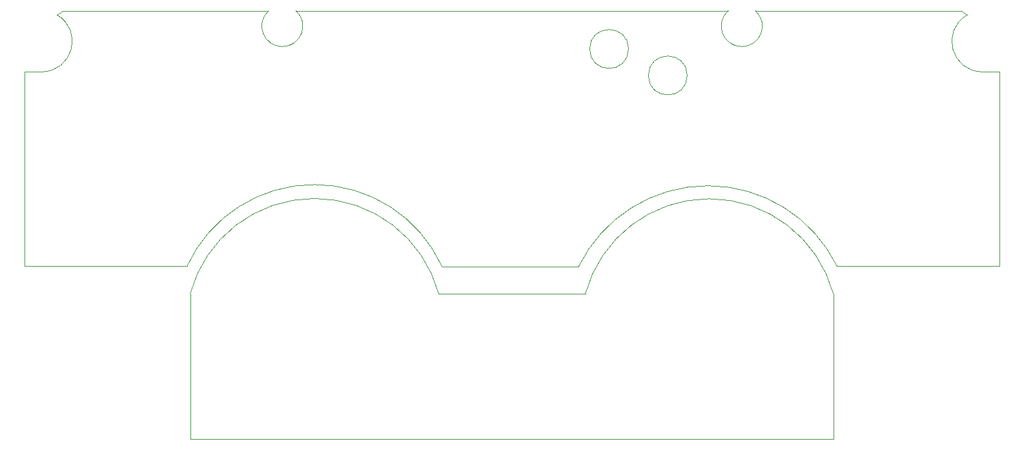
<source format=gbr>
%TF.GenerationSoftware,KiCad,Pcbnew,(7.0.0)*%
%TF.CreationDate,2023-10-05T11:29:09+03:00*%
%TF.ProjectId,Controller,436f6e74-726f-46c6-9c65-722e6b696361,1.0*%
%TF.SameCoordinates,Original*%
%TF.FileFunction,Profile,NP*%
%FSLAX46Y46*%
G04 Gerber Fmt 4.6, Leading zero omitted, Abs format (unit mm)*
G04 Created by KiCad (PCBNEW (7.0.0)) date 2023-10-05 11:29:09*
%MOMM*%
%LPD*%
G01*
G04 APERTURE LIST*
%TA.AperFunction,Profile*%
%ADD10C,0.050000*%
%TD*%
%TA.AperFunction,Profile*%
%ADD11C,0.100000*%
%TD*%
G04 APERTURE END LIST*
D10*
X131893262Y-107940466D02*
G75*
G03*
X99314001Y-107950000I-16288342J-4407214D01*
G01*
X77594001Y-104363233D02*
X98888750Y-104360818D01*
X164491794Y-79338233D02*
G75*
G03*
X164491794Y-79338233I-2547793J0D01*
G01*
X156791794Y-75863233D02*
G75*
G03*
X156791794Y-75863233I-2547793J0D01*
G01*
X148665165Y-70865999D02*
X169844001Y-70865999D01*
X134819001Y-104413233D02*
X150244001Y-104413233D01*
D11*
X183642000Y-127000000D02*
X99314000Y-127000000D01*
D10*
X173444000Y-70866000D02*
X200444000Y-70866000D01*
X81828557Y-71390260D02*
X82594001Y-70863233D01*
X113194000Y-70863234D02*
X136794001Y-70863233D01*
X132344000Y-104413233D02*
G75*
G03*
X98888751Y-104360818I-16739620J-7630257D01*
G01*
X109594002Y-70863234D02*
G75*
G03*
X113194000Y-70863234I1799999J-1999999D01*
G01*
X82594001Y-70863233D02*
X109594002Y-70863234D01*
X201209444Y-71393027D02*
G75*
G03*
X203194000Y-78866000I1984556J-3472973D01*
G01*
X183641990Y-107950003D02*
G75*
G03*
X151134338Y-107955373I-16253100J-4397677D01*
G01*
D11*
X183642000Y-107950000D02*
X183642000Y-127000000D01*
D10*
X205444000Y-104366000D02*
X184145619Y-104365208D01*
X77594001Y-78863233D02*
X79844001Y-78863233D01*
X169844002Y-70866000D02*
G75*
G03*
X173444000Y-70866000I1799999J-1999999D01*
G01*
X134819001Y-104413233D02*
X132344001Y-104413233D01*
X79844001Y-78863228D02*
G75*
G03*
X81828557Y-71390260I-1J3999998D01*
G01*
D11*
X131893272Y-107940464D02*
X151134337Y-107955373D01*
D10*
X148665165Y-70865999D02*
X136794001Y-70863233D01*
X205444000Y-78866000D02*
X203194000Y-78866000D01*
D11*
X99314000Y-127000000D02*
X99314001Y-107950000D01*
D10*
X201209444Y-71393027D02*
X200444000Y-70866000D01*
X205444000Y-78866000D02*
X205444000Y-104366000D01*
X77594001Y-78863233D02*
X77594001Y-104363233D01*
X184145619Y-104365208D02*
G75*
G03*
X150244001Y-104413233I-16939089J-8297482D01*
G01*
M02*

</source>
